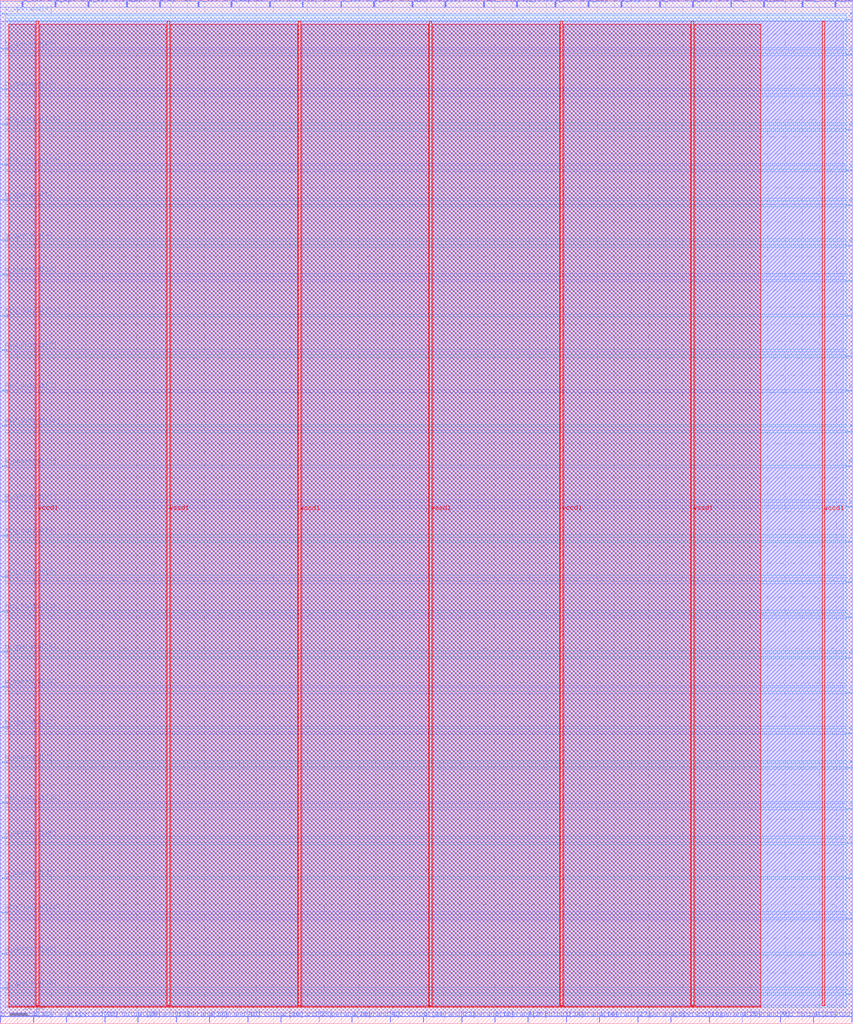
<source format=lef>
VERSION 5.7 ;
  NOWIREEXTENSIONATPIN ON ;
  DIVIDERCHAR "/" ;
  BUSBITCHARS "[]" ;
MACRO ALU
  CLASS BLOCK ;
  FOREIGN ALU ;
  ORIGIN 0.000 0.000 ;
  SIZE 500.000 BY 600.000 ;
  PIN ALU_Output[0]
    DIRECTION OUTPUT TRISTATE ;
    USE SIGNAL ;
    PORT
      LAYER met3 ;
        RECT 1.000 285.640 4.000 286.240 ;
    END
  END ALU_Output[0]
  PIN ALU_Output[10]
    DIRECTION OUTPUT TRISTATE ;
    USE SIGNAL ;
    PORT
      LAYER met2 ;
        RECT 144.990 1.000 145.270 4.000 ;
    END
  END ALU_Output[10]
  PIN ALU_Output[11]
    DIRECTION OUTPUT TRISTATE ;
    USE SIGNAL ;
    PORT
      LAYER met3 ;
        RECT 496.000 455.640 499.000 456.240 ;
    END
  END ALU_Output[11]
  PIN ALU_Output[12]
    DIRECTION OUTPUT TRISTATE ;
    USE SIGNAL ;
    PORT
      LAYER met3 ;
        RECT 496.000 149.640 499.000 150.240 ;
    END
  END ALU_Output[12]
  PIN ALU_Output[13]
    DIRECTION OUTPUT TRISTATE ;
    USE SIGNAL ;
    PORT
      LAYER met3 ;
        RECT 496.000 588.240 499.000 588.840 ;
    END
  END ALU_Output[13]
  PIN ALU_Output[14]
    DIRECTION OUTPUT TRISTATE ;
    USE SIGNAL ;
    PORT
      LAYER met3 ;
        RECT 496.000 214.240 499.000 214.840 ;
    END
  END ALU_Output[14]
  PIN ALU_Output[15]
    DIRECTION OUTPUT TRISTATE ;
    USE SIGNAL ;
    PORT
      LAYER met3 ;
        RECT 1.000 527.040 4.000 527.640 ;
    END
  END ALU_Output[15]
  PIN ALU_Output[16]
    DIRECTION OUTPUT TRISTATE ;
    USE SIGNAL ;
    PORT
      LAYER met3 ;
        RECT 1.000 503.240 4.000 503.840 ;
    END
  END ALU_Output[16]
  PIN ALU_Output[17]
    DIRECTION OUTPUT TRISTATE ;
    USE SIGNAL ;
    PORT
      LAYER met2 ;
        RECT 302.770 596.000 303.050 599.000 ;
    END
  END ALU_Output[17]
  PIN ALU_Output[18]
    DIRECTION OUTPUT TRISTATE ;
    USE SIGNAL ;
    PORT
      LAYER met2 ;
        RECT 470.210 596.000 470.490 599.000 ;
    END
  END ALU_Output[18]
  PIN ALU_Output[19]
    DIRECTION OUTPUT TRISTATE ;
    USE SIGNAL ;
    PORT
      LAYER met3 ;
        RECT 1.000 241.440 4.000 242.040 ;
    END
  END ALU_Output[19]
  PIN ALU_Output[1]
    DIRECTION OUTPUT TRISTATE ;
    USE SIGNAL ;
    PORT
      LAYER met3 ;
        RECT 496.000 125.840 499.000 126.440 ;
    END
  END ALU_Output[1]
  PIN ALU_Output[20]
    DIRECTION OUTPUT TRISTATE ;
    USE SIGNAL ;
    PORT
      LAYER met3 ;
        RECT 1.000 414.840 4.000 415.440 ;
    END
  END ALU_Output[20]
  PIN ALU_Output[21]
    DIRECTION OUTPUT TRISTATE ;
    USE SIGNAL ;
    PORT
      LAYER met2 ;
        RECT 457.330 1.000 457.610 4.000 ;
    END
  END ALU_Output[21]
  PIN ALU_Output[22]
    DIRECTION OUTPUT TRISTATE ;
    USE SIGNAL ;
    PORT
      LAYER met3 ;
        RECT 1.000 64.640 4.000 65.240 ;
    END
  END ALU_Output[22]
  PIN ALU_Output[23]
    DIRECTION OUTPUT TRISTATE ;
    USE SIGNAL ;
    PORT
      LAYER met3 ;
        RECT 496.000 523.640 499.000 524.240 ;
    END
  END ALU_Output[23]
  PIN ALU_Output[24]
    DIRECTION OUTPUT TRISTATE ;
    USE SIGNAL ;
    PORT
      LAYER met2 ;
        RECT 309.210 1.000 309.490 4.000 ;
    END
  END ALU_Output[24]
  PIN ALU_Output[25]
    DIRECTION OUTPUT TRISTATE ;
    USE SIGNAL ;
    PORT
      LAYER met2 ;
        RECT 61.270 1.000 61.550 4.000 ;
    END
  END ALU_Output[25]
  PIN ALU_Output[26]
    DIRECTION OUTPUT TRISTATE ;
    USE SIGNAL ;
    PORT
      LAYER met3 ;
        RECT 1.000 350.240 4.000 350.840 ;
    END
  END ALU_Output[26]
  PIN ALU_Output[27]
    DIRECTION OUTPUT TRISTATE ;
    USE SIGNAL ;
    PORT
      LAYER met2 ;
        RECT 476.650 1.000 476.930 4.000 ;
    END
  END ALU_Output[27]
  PIN ALU_Output[28]
    DIRECTION OUTPUT TRISTATE ;
    USE SIGNAL ;
    PORT
      LAYER met3 ;
        RECT 496.000 567.840 499.000 568.440 ;
    END
  END ALU_Output[28]
  PIN ALU_Output[29]
    DIRECTION OUTPUT TRISTATE ;
    USE SIGNAL ;
    PORT
      LAYER met2 ;
        RECT 428.350 596.000 428.630 599.000 ;
    END
  END ALU_Output[29]
  PIN ALU_Output[2]
    DIRECTION OUTPUT TRISTATE ;
    USE SIGNAL ;
    PORT
      LAYER met3 ;
        RECT 1.000 370.640 4.000 371.240 ;
    END
  END ALU_Output[2]
  PIN ALU_Output[30]
    DIRECTION OUTPUT TRISTATE ;
    USE SIGNAL ;
    PORT
      LAYER met3 ;
        RECT 1.000 129.240 4.000 129.840 ;
    END
  END ALU_Output[30]
  PIN ALU_Output[31]
    DIRECTION OUTPUT TRISTATE ;
    USE SIGNAL ;
    PORT
      LAYER met2 ;
        RECT 228.710 1.000 228.990 4.000 ;
    END
  END ALU_Output[31]
  PIN ALU_Output[3]
    DIRECTION OUTPUT TRISTATE ;
    USE SIGNAL ;
    PORT
      LAYER met3 ;
        RECT 496.000 479.440 499.000 480.040 ;
    END
  END ALU_Output[3]
  PIN ALU_Output[4]
    DIRECTION OUTPUT TRISTATE ;
    USE SIGNAL ;
    PORT
      LAYER met3 ;
        RECT 496.000 326.440 499.000 327.040 ;
    END
  END ALU_Output[4]
  PIN ALU_Output[5]
    DIRECTION OUTPUT TRISTATE ;
    USE SIGNAL ;
    PORT
      LAYER met3 ;
        RECT 496.000 346.840 499.000 347.440 ;
    END
  END ALU_Output[5]
  PIN ALU_Output[6]
    DIRECTION OUTPUT TRISTATE ;
    USE SIGNAL ;
    PORT
      LAYER met2 ;
        RECT 283.450 596.000 283.730 599.000 ;
    END
  END ALU_Output[6]
  PIN ALU_Output[7]
    DIRECTION OUTPUT TRISTATE ;
    USE SIGNAL ;
    PORT
      LAYER met3 ;
        RECT 496.000 414.840 499.000 415.440 ;
    END
  END ALU_Output[7]
  PIN ALU_Output[8]
    DIRECTION OUTPUT TRISTATE ;
    USE SIGNAL ;
    PORT
      LAYER met3 ;
        RECT 1.000 261.840 4.000 262.440 ;
    END
  END ALU_Output[8]
  PIN ALU_Output[9]
    DIRECTION OUTPUT TRISTATE ;
    USE SIGNAL ;
    PORT
      LAYER met3 ;
        RECT 1.000 394.440 4.000 395.040 ;
    END
  END ALU_Output[9]
  PIN Exception
    DIRECTION OUTPUT TRISTATE ;
    USE SIGNAL ;
    PORT
      LAYER met2 ;
        RECT 135.330 596.000 135.610 599.000 ;
    END
  END Exception
  PIN Operation[0]
    DIRECTION INPUT ;
    USE SIGNAL ;
    PORT
      LAYER met3 ;
        RECT 496.000 544.040 499.000 544.640 ;
    END
  END Operation[0]
  PIN Operation[1]
    DIRECTION INPUT ;
    USE SIGNAL ;
    PORT
      LAYER met2 ;
        RECT 157.870 596.000 158.150 599.000 ;
    END
  END Operation[1]
  PIN Operation[2]
    DIRECTION INPUT ;
    USE SIGNAL ;
    PORT
      LAYER met2 ;
        RECT 260.910 596.000 261.190 599.000 ;
    END
  END Operation[2]
  PIN Operation[3]
    DIRECTION INPUT ;
    USE SIGNAL ;
    PORT
      LAYER met3 ;
        RECT 496.000 238.040 499.000 238.640 ;
    END
  END Operation[3]
  PIN Overflow
    DIRECTION OUTPUT TRISTATE ;
    USE SIGNAL ;
    PORT
      LAYER met2 ;
        RECT 177.190 596.000 177.470 599.000 ;
    END
  END Overflow
  PIN Underflow
    DIRECTION OUTPUT TRISTATE ;
    USE SIGNAL ;
    PORT
      LAYER met2 ;
        RECT 93.470 596.000 93.750 599.000 ;
    END
  END Underflow
  PIN a_operand[0]
    DIRECTION INPUT ;
    USE SIGNAL ;
    PORT
      LAYER met2 ;
        RECT 241.590 596.000 241.870 599.000 ;
    END
  END a_operand[0]
  PIN a_operand[10]
    DIRECTION INPUT ;
    USE SIGNAL ;
    PORT
      LAYER met2 ;
        RECT 122.450 1.000 122.730 4.000 ;
    END
  END a_operand[10]
  PIN a_operand[11]
    DIRECTION INPUT ;
    USE SIGNAL ;
    PORT
      LAYER met2 ;
        RECT 199.730 596.000 200.010 599.000 ;
    END
  END a_operand[11]
  PIN a_operand[12]
    DIRECTION INPUT ;
    USE SIGNAL ;
    PORT
      LAYER met3 ;
        RECT 496.000 40.840 499.000 41.440 ;
    END
  END a_operand[12]
  PIN a_operand[13]
    DIRECTION INPUT ;
    USE SIGNAL ;
    PORT
      LAYER met3 ;
        RECT 496.000 282.240 499.000 282.840 ;
    END
  END a_operand[13]
  PIN a_operand[14]
    DIRECTION INPUT ;
    USE SIGNAL ;
    PORT
      LAYER met2 ;
        RECT 344.630 596.000 344.910 599.000 ;
    END
  END a_operand[14]
  PIN a_operand[15]
    DIRECTION INPUT ;
    USE SIGNAL ;
    PORT
      LAYER met2 ;
        RECT 116.010 596.000 116.290 599.000 ;
    END
  END a_operand[15]
  PIN a_operand[16]
    DIRECTION INPUT ;
    USE SIGNAL ;
    PORT
      LAYER met3 ;
        RECT 496.000 61.240 499.000 61.840 ;
    END
  END a_operand[16]
  PIN a_operand[17]
    DIRECTION INPUT ;
    USE SIGNAL ;
    PORT
      LAYER met3 ;
        RECT 496.000 499.840 499.000 500.440 ;
    END
  END a_operand[17]
  PIN a_operand[18]
    DIRECTION INPUT ;
    USE SIGNAL ;
    PORT
      LAYER met3 ;
        RECT 1.000 438.640 4.000 439.240 ;
    END
  END a_operand[18]
  PIN a_operand[19]
    DIRECTION INPUT ;
    USE SIGNAL ;
    PORT
      LAYER met2 ;
        RECT 392.930 1.000 393.210 4.000 ;
    END
  END a_operand[19]
  PIN a_operand[1]
    DIRECTION INPUT ;
    USE SIGNAL ;
    PORT
      LAYER met2 ;
        RECT 206.170 1.000 206.450 4.000 ;
    END
  END a_operand[1]
  PIN a_operand[20]
    DIRECTION INPUT ;
    USE SIGNAL ;
    PORT
      LAYER met3 ;
        RECT 496.000 170.040 499.000 170.640 ;
    END
  END a_operand[20]
  PIN a_operand[21]
    DIRECTION INPUT ;
    USE SIGNAL ;
    PORT
      LAYER met3 ;
        RECT 1.000 306.040 4.000 306.640 ;
    END
  END a_operand[21]
  PIN a_operand[22]
    DIRECTION INPUT ;
    USE SIGNAL ;
    PORT
      LAYER met3 ;
        RECT 1.000 40.840 4.000 41.440 ;
    END
  END a_operand[22]
  PIN a_operand[23]
    DIRECTION INPUT ;
    USE SIGNAL ;
    PORT
      LAYER met3 ;
        RECT 496.000 17.040 499.000 17.640 ;
    END
  END a_operand[23]
  PIN a_operand[24]
    DIRECTION INPUT ;
    USE SIGNAL ;
    PORT
      LAYER met3 ;
        RECT 1.000 108.840 4.000 109.440 ;
    END
  END a_operand[24]
  PIN a_operand[25]
    DIRECTION INPUT ;
    USE SIGNAL ;
    PORT
      LAYER met2 ;
        RECT 415.470 1.000 415.750 4.000 ;
    END
  END a_operand[25]
  PIN a_operand[26]
    DIRECTION INPUT ;
    USE SIGNAL ;
    PORT
      LAYER met2 ;
        RECT 405.810 596.000 406.090 599.000 ;
    END
  END a_operand[26]
  PIN a_operand[27]
    DIRECTION INPUT ;
    USE SIGNAL ;
    PORT
      LAYER met2 ;
        RECT 351.070 1.000 351.350 4.000 ;
    END
  END a_operand[27]
  PIN a_operand[28]
    DIRECTION INPUT ;
    USE SIGNAL ;
    PORT
      LAYER met2 ;
        RECT 38.730 1.000 39.010 4.000 ;
    END
  END a_operand[28]
  PIN a_operand[29]
    DIRECTION INPUT ;
    USE SIGNAL ;
    PORT
      LAYER met2 ;
        RECT 164.310 1.000 164.590 4.000 ;
    END
  END a_operand[29]
  PIN a_operand[2]
    DIRECTION INPUT ;
    USE SIGNAL ;
    PORT
      LAYER met2 ;
        RECT 499.190 1.000 499.470 4.000 ;
    END
  END a_operand[2]
  PIN a_operand[30]
    DIRECTION INPUT ;
    USE SIGNAL ;
    PORT
      LAYER met3 ;
        RECT 1.000 20.440 4.000 21.040 ;
    END
  END a_operand[30]
  PIN a_operand[31]
    DIRECTION INPUT ;
    USE SIGNAL ;
    PORT
      LAYER met3 ;
        RECT 496.000 193.840 499.000 194.440 ;
    END
  END a_operand[31]
  PIN a_operand[3]
    DIRECTION INPUT ;
    USE SIGNAL ;
    PORT
      LAYER met3 ;
        RECT 1.000 85.040 4.000 85.640 ;
    END
  END a_operand[3]
  PIN a_operand[4]
    DIRECTION INPUT ;
    USE SIGNAL ;
    PORT
      LAYER met3 ;
        RECT 1.000 459.040 4.000 459.640 ;
    END
  END a_operand[4]
  PIN a_operand[5]
    DIRECTION INPUT ;
    USE SIGNAL ;
    PORT
      LAYER met3 ;
        RECT 496.000 85.040 499.000 85.640 ;
    END
  END a_operand[5]
  PIN a_operand[6]
    DIRECTION INPUT ;
    USE SIGNAL ;
    PORT
      LAYER met2 ;
        RECT 12.970 596.000 13.250 599.000 ;
    END
  END a_operand[6]
  PIN a_operand[7]
    DIRECTION INPUT ;
    USE SIGNAL ;
    PORT
      LAYER met3 ;
        RECT 496.000 258.440 499.000 259.040 ;
    END
  END a_operand[7]
  PIN a_operand[8]
    DIRECTION INPUT ;
    USE SIGNAL ;
    PORT
      LAYER met3 ;
        RECT 496.000 391.040 499.000 391.640 ;
    END
  END a_operand[8]
  PIN a_operand[9]
    DIRECTION INPUT ;
    USE SIGNAL ;
    PORT
      LAYER met2 ;
        RECT 434.790 1.000 435.070 4.000 ;
    END
  END a_operand[9]
  PIN b_operand[0]
    DIRECTION INPUT ;
    USE SIGNAL ;
    PORT
      LAYER met3 ;
        RECT 496.000 435.240 499.000 435.840 ;
    END
  END b_operand[0]
  PIN b_operand[10]
    DIRECTION INPUT ;
    USE SIGNAL ;
    PORT
      LAYER met2 ;
        RECT 32.290 596.000 32.570 599.000 ;
    END
  END b_operand[10]
  PIN b_operand[11]
    DIRECTION INPUT ;
    USE SIGNAL ;
    PORT
      LAYER met3 ;
        RECT 1.000 326.440 4.000 327.040 ;
    END
  END b_operand[11]
  PIN b_operand[12]
    DIRECTION INPUT ;
    USE SIGNAL ;
    PORT
      LAYER met2 ;
        RECT 270.570 1.000 270.850 4.000 ;
    END
  END b_operand[12]
  PIN b_operand[13]
    DIRECTION INPUT ;
    USE SIGNAL ;
    PORT
      LAYER met2 ;
        RECT 0.090 1.000 0.370 4.000 ;
    END
  END b_operand[13]
  PIN b_operand[14]
    DIRECTION INPUT ;
    USE SIGNAL ;
    PORT
      LAYER met2 ;
        RECT 331.750 1.000 332.030 4.000 ;
    END
  END b_operand[14]
  PIN b_operand[15]
    DIRECTION INPUT ;
    USE SIGNAL ;
    PORT
      LAYER met2 ;
        RECT 51.610 596.000 51.890 599.000 ;
    END
  END b_operand[15]
  PIN b_operand[16]
    DIRECTION INPUT ;
    USE SIGNAL ;
    PORT
      LAYER met2 ;
        RECT 219.050 596.000 219.330 599.000 ;
    END
  END b_operand[16]
  PIN b_operand[17]
    DIRECTION INPUT ;
    USE SIGNAL ;
    PORT
      LAYER met3 ;
        RECT 1.000 173.440 4.000 174.040 ;
    END
  END b_operand[17]
  PIN b_operand[18]
    DIRECTION INPUT ;
    USE SIGNAL ;
    PORT
      LAYER met3 ;
        RECT 1.000 547.440 4.000 548.040 ;
    END
  END b_operand[18]
  PIN b_operand[19]
    DIRECTION INPUT ;
    USE SIGNAL ;
    PORT
      LAYER met2 ;
        RECT 80.590 1.000 80.870 4.000 ;
    END
  END b_operand[19]
  PIN b_operand[1]
    DIRECTION INPUT ;
    USE SIGNAL ;
    PORT
      LAYER met2 ;
        RECT 19.410 1.000 19.690 4.000 ;
    END
  END b_operand[1]
  PIN b_operand[20]
    DIRECTION INPUT ;
    USE SIGNAL ;
    PORT
      LAYER met2 ;
        RECT 447.670 596.000 447.950 599.000 ;
    END
  END b_operand[20]
  PIN b_operand[21]
    DIRECTION INPUT ;
    USE SIGNAL ;
    PORT
      LAYER met2 ;
        RECT 325.310 596.000 325.590 599.000 ;
    END
  END b_operand[21]
  PIN b_operand[22]
    DIRECTION INPUT ;
    USE SIGNAL ;
    PORT
      LAYER met2 ;
        RECT 248.030 1.000 248.310 4.000 ;
    END
  END b_operand[22]
  PIN b_operand[23]
    DIRECTION INPUT ;
    USE SIGNAL ;
    PORT
      LAYER met2 ;
        RECT 489.530 596.000 489.810 599.000 ;
    END
  END b_operand[23]
  PIN b_operand[24]
    DIRECTION INPUT ;
    USE SIGNAL ;
    PORT
      LAYER met3 ;
        RECT 496.000 105.440 499.000 106.040 ;
    END
  END b_operand[24]
  PIN b_operand[25]
    DIRECTION INPUT ;
    USE SIGNAL ;
    PORT
      LAYER met3 ;
        RECT 1.000 571.240 4.000 571.840 ;
    END
  END b_operand[25]
  PIN b_operand[26]
    DIRECTION INPUT ;
    USE SIGNAL ;
    PORT
      LAYER met3 ;
        RECT 1.000 217.640 4.000 218.240 ;
    END
  END b_operand[26]
  PIN b_operand[27]
    DIRECTION INPUT ;
    USE SIGNAL ;
    PORT
      LAYER met2 ;
        RECT 103.130 1.000 103.410 4.000 ;
    END
  END b_operand[27]
  PIN b_operand[28]
    DIRECTION INPUT ;
    USE SIGNAL ;
    PORT
      LAYER met2 ;
        RECT 186.850 1.000 187.130 4.000 ;
    END
  END b_operand[28]
  PIN b_operand[29]
    DIRECTION INPUT ;
    USE SIGNAL ;
    PORT
      LAYER met3 ;
        RECT 1.000 197.240 4.000 197.840 ;
    END
  END b_operand[29]
  PIN b_operand[2]
    DIRECTION INPUT ;
    USE SIGNAL ;
    PORT
      LAYER met3 ;
        RECT 496.000 370.640 499.000 371.240 ;
    END
  END b_operand[2]
  PIN b_operand[30]
    DIRECTION INPUT ;
    USE SIGNAL ;
    PORT
      LAYER met2 ;
        RECT 289.890 1.000 290.170 4.000 ;
    END
  END b_operand[30]
  PIN b_operand[31]
    DIRECTION INPUT ;
    USE SIGNAL ;
    PORT
      LAYER met2 ;
        RECT 386.490 596.000 386.770 599.000 ;
    END
  END b_operand[31]
  PIN b_operand[3]
    DIRECTION INPUT ;
    USE SIGNAL ;
    PORT
      LAYER met2 ;
        RECT 363.950 596.000 364.230 599.000 ;
    END
  END b_operand[3]
  PIN b_operand[4]
    DIRECTION INPUT ;
    USE SIGNAL ;
    PORT
      LAYER met3 ;
        RECT 1.000 591.640 4.000 592.240 ;
    END
  END b_operand[4]
  PIN b_operand[5]
    DIRECTION INPUT ;
    USE SIGNAL ;
    PORT
      LAYER met2 ;
        RECT 74.150 596.000 74.430 599.000 ;
    END
  END b_operand[5]
  PIN b_operand[6]
    DIRECTION INPUT ;
    USE SIGNAL ;
    PORT
      LAYER met2 ;
        RECT 373.610 1.000 373.890 4.000 ;
    END
  END b_operand[6]
  PIN b_operand[7]
    DIRECTION INPUT ;
    USE SIGNAL ;
    PORT
      LAYER met3 ;
        RECT 1.000 153.040 4.000 153.640 ;
    END
  END b_operand[7]
  PIN b_operand[8]
    DIRECTION INPUT ;
    USE SIGNAL ;
    PORT
      LAYER met3 ;
        RECT 1.000 482.840 4.000 483.440 ;
    END
  END b_operand[8]
  PIN b_operand[9]
    DIRECTION INPUT ;
    USE SIGNAL ;
    PORT
      LAYER met3 ;
        RECT 496.000 302.640 499.000 303.240 ;
    END
  END b_operand[9]
  PIN vccd1
    DIRECTION INOUT ;
    USE POWER ;
    PORT
      LAYER met4 ;
        RECT 21.040 10.640 22.640 587.760 ;
    END
    PORT
      LAYER met4 ;
        RECT 174.640 10.640 176.240 587.760 ;
    END
    PORT
      LAYER met4 ;
        RECT 328.240 10.640 329.840 587.760 ;
    END
    PORT
      LAYER met4 ;
        RECT 481.840 10.640 483.440 587.760 ;
    END
  END vccd1
  PIN vssd1
    DIRECTION INOUT ;
    USE GROUND ;
    PORT
      LAYER met4 ;
        RECT 97.840 10.640 99.440 587.760 ;
    END
    PORT
      LAYER met4 ;
        RECT 251.440 10.640 253.040 587.760 ;
    END
    PORT
      LAYER met4 ;
        RECT 405.040 10.640 406.640 587.760 ;
    END
  END vssd1
  OBS
      LAYER li1 ;
        RECT 5.520 10.795 494.040 587.605 ;
      LAYER met1 ;
        RECT 0.070 6.500 499.490 587.760 ;
      LAYER met2 ;
        RECT 0.100 599.280 499.460 599.490 ;
        RECT 0.100 595.720 12.690 599.280 ;
        RECT 13.530 595.720 32.010 599.280 ;
        RECT 32.850 595.720 51.330 599.280 ;
        RECT 52.170 595.720 73.870 599.280 ;
        RECT 74.710 595.720 93.190 599.280 ;
        RECT 94.030 595.720 115.730 599.280 ;
        RECT 116.570 595.720 135.050 599.280 ;
        RECT 135.890 595.720 157.590 599.280 ;
        RECT 158.430 595.720 176.910 599.280 ;
        RECT 177.750 595.720 199.450 599.280 ;
        RECT 200.290 595.720 218.770 599.280 ;
        RECT 219.610 595.720 241.310 599.280 ;
        RECT 242.150 595.720 260.630 599.280 ;
        RECT 261.470 595.720 283.170 599.280 ;
        RECT 284.010 595.720 302.490 599.280 ;
        RECT 303.330 595.720 325.030 599.280 ;
        RECT 325.870 595.720 344.350 599.280 ;
        RECT 345.190 595.720 363.670 599.280 ;
        RECT 364.510 595.720 386.210 599.280 ;
        RECT 387.050 595.720 405.530 599.280 ;
        RECT 406.370 595.720 428.070 599.280 ;
        RECT 428.910 595.720 447.390 599.280 ;
        RECT 448.230 595.720 469.930 599.280 ;
        RECT 470.770 595.720 489.250 599.280 ;
        RECT 490.090 595.720 499.460 599.280 ;
        RECT 0.100 4.280 499.460 595.720 ;
        RECT 0.650 4.000 19.130 4.280 ;
        RECT 19.970 4.000 38.450 4.280 ;
        RECT 39.290 4.000 60.990 4.280 ;
        RECT 61.830 4.000 80.310 4.280 ;
        RECT 81.150 4.000 102.850 4.280 ;
        RECT 103.690 4.000 122.170 4.280 ;
        RECT 123.010 4.000 144.710 4.280 ;
        RECT 145.550 4.000 164.030 4.280 ;
        RECT 164.870 4.000 186.570 4.280 ;
        RECT 187.410 4.000 205.890 4.280 ;
        RECT 206.730 4.000 228.430 4.280 ;
        RECT 229.270 4.000 247.750 4.280 ;
        RECT 248.590 4.000 270.290 4.280 ;
        RECT 271.130 4.000 289.610 4.280 ;
        RECT 290.450 4.000 308.930 4.280 ;
        RECT 309.770 4.000 331.470 4.280 ;
        RECT 332.310 4.000 350.790 4.280 ;
        RECT 351.630 4.000 373.330 4.280 ;
        RECT 374.170 4.000 392.650 4.280 ;
        RECT 393.490 4.000 415.190 4.280 ;
        RECT 416.030 4.000 434.510 4.280 ;
        RECT 435.350 4.000 457.050 4.280 ;
        RECT 457.890 4.000 476.370 4.280 ;
        RECT 477.210 4.000 498.910 4.280 ;
      LAYER met3 ;
        RECT 4.400 591.240 496.000 592.105 ;
        RECT 2.825 589.240 496.000 591.240 ;
        RECT 2.825 587.840 495.600 589.240 ;
        RECT 2.825 572.240 496.000 587.840 ;
        RECT 4.400 570.840 496.000 572.240 ;
        RECT 2.825 568.840 496.000 570.840 ;
        RECT 2.825 567.440 495.600 568.840 ;
        RECT 2.825 548.440 496.000 567.440 ;
        RECT 4.400 547.040 496.000 548.440 ;
        RECT 2.825 545.040 496.000 547.040 ;
        RECT 2.825 543.640 495.600 545.040 ;
        RECT 2.825 528.040 496.000 543.640 ;
        RECT 4.400 526.640 496.000 528.040 ;
        RECT 2.825 524.640 496.000 526.640 ;
        RECT 2.825 523.240 495.600 524.640 ;
        RECT 2.825 504.240 496.000 523.240 ;
        RECT 4.400 502.840 496.000 504.240 ;
        RECT 2.825 500.840 496.000 502.840 ;
        RECT 2.825 499.440 495.600 500.840 ;
        RECT 2.825 483.840 496.000 499.440 ;
        RECT 4.400 482.440 496.000 483.840 ;
        RECT 2.825 480.440 496.000 482.440 ;
        RECT 2.825 479.040 495.600 480.440 ;
        RECT 2.825 460.040 496.000 479.040 ;
        RECT 4.400 458.640 496.000 460.040 ;
        RECT 2.825 456.640 496.000 458.640 ;
        RECT 2.825 455.240 495.600 456.640 ;
        RECT 2.825 439.640 496.000 455.240 ;
        RECT 4.400 438.240 496.000 439.640 ;
        RECT 2.825 436.240 496.000 438.240 ;
        RECT 2.825 434.840 495.600 436.240 ;
        RECT 2.825 415.840 496.000 434.840 ;
        RECT 4.400 414.440 495.600 415.840 ;
        RECT 2.825 395.440 496.000 414.440 ;
        RECT 4.400 394.040 496.000 395.440 ;
        RECT 2.825 392.040 496.000 394.040 ;
        RECT 2.825 390.640 495.600 392.040 ;
        RECT 2.825 371.640 496.000 390.640 ;
        RECT 4.400 370.240 495.600 371.640 ;
        RECT 2.825 351.240 496.000 370.240 ;
        RECT 4.400 349.840 496.000 351.240 ;
        RECT 2.825 347.840 496.000 349.840 ;
        RECT 2.825 346.440 495.600 347.840 ;
        RECT 2.825 327.440 496.000 346.440 ;
        RECT 4.400 326.040 495.600 327.440 ;
        RECT 2.825 307.040 496.000 326.040 ;
        RECT 4.400 305.640 496.000 307.040 ;
        RECT 2.825 303.640 496.000 305.640 ;
        RECT 2.825 302.240 495.600 303.640 ;
        RECT 2.825 286.640 496.000 302.240 ;
        RECT 4.400 285.240 496.000 286.640 ;
        RECT 2.825 283.240 496.000 285.240 ;
        RECT 2.825 281.840 495.600 283.240 ;
        RECT 2.825 262.840 496.000 281.840 ;
        RECT 4.400 261.440 496.000 262.840 ;
        RECT 2.825 259.440 496.000 261.440 ;
        RECT 2.825 258.040 495.600 259.440 ;
        RECT 2.825 242.440 496.000 258.040 ;
        RECT 4.400 241.040 496.000 242.440 ;
        RECT 2.825 239.040 496.000 241.040 ;
        RECT 2.825 237.640 495.600 239.040 ;
        RECT 2.825 218.640 496.000 237.640 ;
        RECT 4.400 217.240 496.000 218.640 ;
        RECT 2.825 215.240 496.000 217.240 ;
        RECT 2.825 213.840 495.600 215.240 ;
        RECT 2.825 198.240 496.000 213.840 ;
        RECT 4.400 196.840 496.000 198.240 ;
        RECT 2.825 194.840 496.000 196.840 ;
        RECT 2.825 193.440 495.600 194.840 ;
        RECT 2.825 174.440 496.000 193.440 ;
        RECT 4.400 173.040 496.000 174.440 ;
        RECT 2.825 171.040 496.000 173.040 ;
        RECT 2.825 169.640 495.600 171.040 ;
        RECT 2.825 154.040 496.000 169.640 ;
        RECT 4.400 152.640 496.000 154.040 ;
        RECT 2.825 150.640 496.000 152.640 ;
        RECT 2.825 149.240 495.600 150.640 ;
        RECT 2.825 130.240 496.000 149.240 ;
        RECT 4.400 128.840 496.000 130.240 ;
        RECT 2.825 126.840 496.000 128.840 ;
        RECT 2.825 125.440 495.600 126.840 ;
        RECT 2.825 109.840 496.000 125.440 ;
        RECT 4.400 108.440 496.000 109.840 ;
        RECT 2.825 106.440 496.000 108.440 ;
        RECT 2.825 105.040 495.600 106.440 ;
        RECT 2.825 86.040 496.000 105.040 ;
        RECT 4.400 84.640 495.600 86.040 ;
        RECT 2.825 65.640 496.000 84.640 ;
        RECT 4.400 64.240 496.000 65.640 ;
        RECT 2.825 62.240 496.000 64.240 ;
        RECT 2.825 60.840 495.600 62.240 ;
        RECT 2.825 41.840 496.000 60.840 ;
        RECT 4.400 40.440 495.600 41.840 ;
        RECT 2.825 21.440 496.000 40.440 ;
        RECT 4.400 20.040 496.000 21.440 ;
        RECT 2.825 18.040 496.000 20.040 ;
        RECT 2.825 16.640 495.600 18.040 ;
        RECT 2.825 9.695 496.000 16.640 ;
      LAYER met4 ;
        RECT 4.895 10.240 20.640 585.985 ;
        RECT 23.040 10.240 97.440 585.985 ;
        RECT 99.840 10.240 174.240 585.985 ;
        RECT 176.640 10.240 251.040 585.985 ;
        RECT 253.440 10.240 327.840 585.985 ;
        RECT 330.240 10.240 404.640 585.985 ;
        RECT 407.040 10.240 445.905 585.985 ;
        RECT 4.895 9.695 445.905 10.240 ;
  END
END ALU
END LIBRARY


</source>
